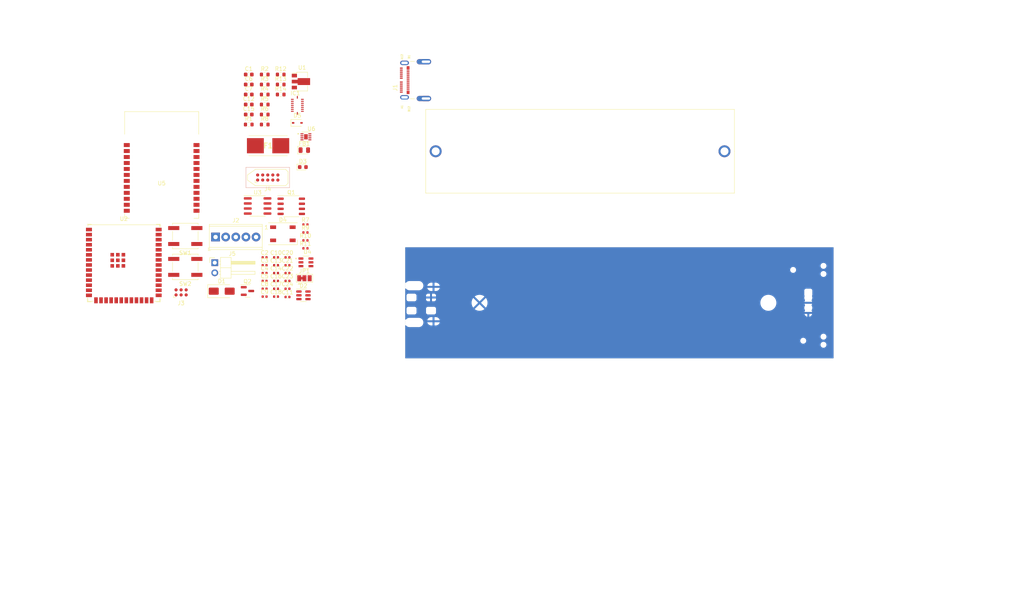
<source format=kicad_pcb>
(kicad_pcb (version 20221018) (generator pcbnew)
  (layers (0 "F.Cu" signal "Front") (31 "B.Cu" power "Back") (34 "B.Paste" user) (35 "F.Paste" user) (36 "B.SilkS" user "B.Silkscreen") (37 "F.SilkS" user "F.Silkscreen") (38 "B.Mask" user) (39 "F.Mask" user) (44 "Edge.Cuts" user))
  (net 0 "")
  (net 1 "GND")
  (net 2 "+BATT")
  (net 3 "/VBUS")
  (net 4 "VDD")
  (net 5 "VCC")
  (net 6 "+3.3V")
  (net 7 "Net-(U3-FILTER)")
  (net 8 "ESP_CURRENT_SENSE")
  (net 9 "ESP_USER_BUTTON")
  (net 10 "ESP_EN")
  (net 11 "ESP_IO0")
  (net 12 "D+")
  (net 13 "D-")
  (net 14 "/CC1")
  (net 15 "/CC2")
  (net 16 "Net-(D3-K)")
  (net 17 "/CHG_LED")
  (net 19 "ESP_LED_DEBUG")
  (net 20 "Net-(D5-K)")
  (net 21 "Net-(D5-A)")
  (net 22 "Net-(C19-VBAT)")
  (net 23 "ESP32_BMI_GYRO_2")
  (net 25 "ESP32_I2C_SCL")
  (net 26 "ESP32_I2C_SDA")
  (net 27 "ESP32_BMI_ACCEL_1")
  (net 28 "ESP32_BMI_ACCEL_2")
  (net 30 "ESP32_BMI_GYRO_1")
  (net 31 "LED_PWR")
  (net 32 "ESP_LED_DATA")
  (net 33 "ESP_UART_TX")
  (net 34 "ESP_UART_RX")
  (net 35 "ESP_TMS")
  (net 36 "ESP_TCK")
  (net 37 "ESP_TDO")
  (net 38 "ESP_TDI")
  (net 40 "Net-(JP1-C)")
  (net 41 "Net-(Q2-B)")
  (net 42 "Net-(U4-TS)")
  (net 43 "Net-(U4-ISET)")
  (net 44 "ESP_MOTOR")
  (net 45 "CTI_nRESET")
  (net 46 "CTI_I2C_nATTN")
  (net 48 "CTI_SPI_nSS")
  (net 49 "CTI_SPI_MOSI")
  (net 50 "CTI_SPI_CLK")
  (net 51 "CTI_SPI_MISO")
  (net 52 "CTI_SPI_nATTN")
  (footprint "Resistor_SMD:R_0402_1005Metric" (layer "F.Cu") (at 98.2625 81.26)
    (fp_text reference "R11" (at 0 -1.17) (layer "F.SilkS"))
    (fp_text value "10R")
    (pad "1" smd roundrect (at -0.51 0) (size 0.54 0.64) (layers "F.Cu" "F.Paste" "F.Mask") (net 20 "Net-(D5-K)"))
    (pad "2" smd roundrect (at 0.51 0) (size 0.54 0.64) (layers "F.Cu" "F.Paste" "F.Mask") (net 6 "+3.3V"))
  )
  (footprint "Capacitor_SMD:C_0402_1005Metric" (layer "F.Cu") (at 93.754 93.472)
    (fp_text reference "C11" (at 0 -1.16) (layer "F.SilkS"))
    (fp_text value "100nF")
    (pad "1" smd roundrect (at -0.48 0) (size 0.56 0.62) (layers "F.Cu" "F.Paste" "F.Mask") (net 6 "+3.3V"))
    (pad "2" smd roundrect (at 0.48 0) (size 0.56 0.62) (layers "F.Cu" "F.Paste" "F.Mask") (net 1 "GND"))
  )
  (footprint "Diode_SMD:D_SMA" (layer "F.Cu") (at 77.2475 92.02)
    (fp_text reference "D1" (at 0 -2.5) (layer "F.SilkS"))
    (fp_text value "Schottky")
    (pad "1" smd roundrect (at -2 0) (size 2.5 1.8) (layers "F.Cu" "F.Paste" "F.Mask") (roundrect_rratio 0.1388888889) (net 5 "VCC"))
    (pad "2" smd roundrect (at 2 0) (size 2.5 1.8) (layers "F.Cu" "F.Paste" "F.Mask") (roundrect_rratio 0.1388888889) (net 4 "VDD"))
  )
  (footprint "Capacitor_SMD:C_0402_1005Metric" (layer "F.Cu") (at 93.7525 87.47)
    (fp_text reference "C22" (at 0 -1.16) (layer "F.SilkS"))
    (fp_text value "1uF")
    (pad "1" smd roundrect (at -0.48 0) (size 0.56 0.62) (layers "F.Cu" "F.Paste" "F.Mask") (net 1 "GND"))
    (pad "2" smd roundrect (at 0.48 0) (size 0.56 0.62) (layers "F.Cu" "F.Paste" "F.Mask") (net 6 "+3.3V"))
  )
  (footprint "Capacitor_SMD:C_0603_1608Metric" (layer "F.Cu") (at 84.0325 37.63)
    (fp_text reference "C1" (at 0 -1.43) (layer "F.SilkS"))
    (fp_text value "10uF")
    (pad "1" smd roundrect (at -0.775 0) (size 0.9 0.95) (layers "F.Cu" "F.Paste" "F.Mask") (net 3 "/VBUS"))
    (pad "2" smd roundrect (at 0.775 0) (size 0.9 0.95) (layers "F.Cu" "F.Paste" "F.Mask") (net 1 "GND"))
  )
  (footprint "LED_SMD:LED_WS2812B_PLCC4_5.0x5.0mm_P3.2mm" (layer "F.Cu") (at 92.5975 77.605)
    (fp_text reference "D4" (at 0 -3.5) (layer "F.SilkS"))
    (fp_text value "WS2812B")
    (fp_text user "1" (at -4.15 -1.6) (layer "F.SilkS"))
    (pad "1" smd rect (at -2.45 -1.65) (size 1.5 0.9) (layers "F.Cu" "F.Paste" "F.Mask") (net 6 "+3.3V"))
    (pad "2" smd rect (at -2.45 1.65) (size 1.5 0.9) (layers "F.Cu" "F.Paste" "F.Mask"))
    (pad "3" smd rect (at 2.45 1.65) (size 1.5 0.9) (layers "F.Cu" "F.Paste" "F.Mask") (net 1 "GND"))
    (pad "4" smd rect (at 2.45 -1.65) (size 1.5 0.9) (layers "F.Cu" "F.Paste" "F.Mask") (net 19 "ESP_LED_DEBUG"))
  )
  (footprint "Molex:MOLEX_2012670005" (layer "F.Cu") (at 123.139 39.0325 90)
    (fp_text reference "J1" (at -1.91055 -2.36055 90) (layer "F.SilkS"))
    (fp_text value "2012670005")
    (fp_text user "B12" (at -7.239 1.143 90) (layer "F.SilkS") (effects (font (size 0.48 0.48))))
    (fp_text user "B1" (at 5.842 1.143 90) (layer "F.SilkS") (effects (font (size 0.48 0.48))))
    (fp_text user "A1" (at -6.731 -0.635 90) (layer "F.SilkS") (effects (font (size 0.48 0.48))))
    (fp_text user "A12" (at 5.842 -0.635 90) (layer "F.SilkS") (effects (font (size 0.48 0.48))))
    (fp_poly (pts (xy -5.27 6.01) (xy -5.27 3.71) (xy -5.269 3.676) (xy -5.266 3.642) (xy -5.262 3.608) (xy -5.256 3.575) (xy -5.248 3.542) (xy -5.238 3.509) (xy -5.227 3.477) (xy -5.214 3.446) (xy -5.199 3.415) (xy -5.183 3.385) (xy -5.165 3.356) (xy -5.146 3.328) (xy -5.125 3.301) (xy -5.103 3.275) (xy -5.08 3.25) (xy -5.055 3.227) (xy -5.029 3.205) (xy -5.002 3.184) (xy -4.974 3.165) (xy -4.945 3.147) (xy -4.915 3.131) (xy -4.884 3.116) (xy -4.853 3.103) (xy -4.821 3.092) (xy -4.788 3.082) (xy -4.755 3.074) (xy -4.722 3.068) (xy -4.688 3.064) (xy -4.654 3.061) (xy -4.62 3.06) (xy -4.586 3.061) (xy -4.552 3.064) (xy -4.518 3.068) (xy -4.485 3.074) (xy -4.452 3.082) (xy -4.419 3.092) (xy -4.387 3.103) (xy -4.356 3.116) (xy -4.325 3.131) (xy -4.295 3.147) (xy -4.266 3.165) (xy -4.238 3.184) (xy -4.211 3.205) (xy -4.185 3.227) (xy -4.16 3.25) (xy -4.137 3.275) (xy -4.115 3.301) (xy -4.094 3.328) (xy -4.075 3.356) (xy -4.057 3.385) (xy -4.041 3.415) (xy -4.026 3.446) (xy -4.013 3.477) (xy -4.002 3.509) (xy -3.992 3.542) (xy -3.984 3.575) (xy -3.978 3.608) (xy -3.974 3.642) (xy -3.971 3.676) (xy -3.97 3.71) (xy -3.97 6.01) (xy -3.971 6.044) (xy -3.974 6.078) (xy -3.978 6.112) (xy -3.984 6.145) (xy -3.992 6.178) (xy -4.002 6.211) (xy -4.013 6.243) (xy -4.026 6.274) (xy -4.041 6.305) (xy -4.057 6.335) (xy -4.075 6.364) (xy -4.094 6.392) (xy -4.115 6.419) (xy -4.137 6.445) (xy -4.16 6.47) (xy -4.185 6.493) (xy -4.211 6.515) (xy -4.238 6.536) (xy -4.266 6.555) (xy -4.295 6.573) (xy -4.325 6.589) (xy -4.356 6.604) (xy -4.387 6.617) (xy -4.419 6.628) (xy -4.452 6.638) (xy -4.485 6.646) (xy -4.518 6.652) (xy -4.552 6.656) (xy -4.586 6.659) (xy -4.62 6.66) (xy -4.654 6.659) (xy -4.688 6.656) (xy -4.722 6.652) (xy -4.755 6.646) (xy -4.788 6.638) (xy -4.821 6.628) (xy -4.853 6.617) (xy -4.884 6.604) (xy -4.915 6.589) (xy -4.945 6.573) (xy -4.974 6.555) (xy -5.002 6.536) (xy -5.029 6.515) (xy -5.055 6.493) (xy -5.08 6.47) (xy -5.103 6.445) (xy -5.125 6.419) (xy -5.146 6.392) (xy -5.165 6.364) (xy -5.183 6.335) (xy -5.199 6.305) (xy -5.214 6.274) (xy -5.227 6.243) (xy -5.238 6.211) (xy -5.248 6.178) (xy -5.256 6.145) (xy -5.262 6.112) (xy -5.266 6.078) (xy -5.269 6.044) (xy -5.27 6.01)) (stroke (width 0.01)) (fill solid) (layer "F.Cu"))
    (fp_poly (pts (xy 3.97 6.01) (xy 3.97 3.71) (xy 3.971 3.676) (xy 3.974 3.642) (xy 3.978 3.608) (xy 3.984 3.575) (xy 3.992 3.542) (xy 4.002 3.509) (xy 4.013 3.477) (xy 4.026 3.446) (xy 4.041 3.415) (xy 4.057 3.385) (xy 4.075 3.356) (xy 4.094 3.328) (xy 4.115 3.301) (xy 4.137 3.275) (xy 4.16 3.25) (xy 4.185 3.227) (xy 4.211 3.205) (xy 4.238 3.184) (xy 4.266 3.165) (xy 4.295 3.147) (xy 4.325 3.131) (xy 4.356 3.116) (xy 4.387 3.103) (xy 4.419 3.092) (xy 4.452 3.082) (xy 4.485 3.074) (xy 4.518 3.068) (xy 4.552 3.064) (xy 4.586 3.061) (xy 4.62 3.06) (xy 4.654 3.061) (xy 4.688 3.064) (xy 4.722 3.068) (xy 4.755 3.074) (xy 4.788 3.082) (xy 4.821 3.092) (xy 4.853 3.103) (xy 4.884 3.116) (xy 4.915 3.131) (xy 4.945 3.147) (xy 4.974 3.165) (xy 5.002 3.184) (xy 5.029 3.205) (xy 5.055 3.227) (xy 5.08 3.25) (xy 5.103 3.275) (xy 5.125 3.301) (xy 5.146 3.328) (xy 5.165 3.356) (xy 5.183 3.385) (xy 5.199 3.415) (xy 5.214 3.446) (xy 5.227 3.477) (xy 5.238 3.509) (xy 5.248 3.542) (xy 5.256 3.575) (xy 5.262 3.608) (xy 5.266 3.642) (xy 5.269 3.676) (xy 5.27 3.71) (xy 5.27 6.01) (xy 5.269 6.044) (xy 5.266 6.078) (xy 5.262 6.112) (xy 5.256 6.145) (xy 5.248 6.178) (xy 5.238 6.211) (xy 5.227 6.243) (xy 5.214 6.274) (xy 5.199 6.305) (xy 5.183 6.335) (xy 5.165 6.364) (xy 5.146 6.392) (xy 5.125 6.419) (xy 5.103 6.445) (xy 5.08 6.47) (xy 5.055 6.493) (xy 5.029 6.515) (xy 5.002 6.536) (xy 4.974 6.555) (xy 4.945 6.573) (xy 4.915 6.589) (xy 4.884 6.604) (xy 4.853 6.617) (xy 4.821 6.628) (xy 4.788 6.638) (xy 4.755 6.646) (xy 4.722 6.652) (xy 4.688 6.656) (xy 4.654 6.659) (xy 4.62 6.66) (xy 4.586 6.659) (xy 4.552 6.656) (xy 4.518 6.652) (xy 4.485 6.646) (xy 4.452 6.638) (xy 4.419 6.628) (xy 4.387 6.617) (xy 4.356 6.604) (xy 4.325 6.589) (xy 4.295 6.573) (xy 4.266 6.555) (xy 4.238 6.536) (xy 4.211 6.515) (xy 4.185 6.493) (xy 4.16 6.47) (xy 4.137 6.445) (xy 4.115 6.419) (xy 4.094 6.392) (xy 4.075 6.364) (xy 4.057 6.335) (xy 4.041 6.305) (xy 4.026 6.274) (xy 4.013 6.243) (xy 4.002 6.211) (xy 3.992 6.178) (xy 3.984 6.145) (xy 3.978 6.112) (xy 3.974 6.078) (xy 3.971 6.044) (xy 3.97 6.01)) (stroke (width 0.01)) (fill solid) (layer "F.Cu"))
    (fp_poly (pts (xy -5.27 6.01) (xy -5.27 3.71) (xy -5.269 3.676) (xy -5.266 3.642) (xy -5.262 3.608) (xy -5.256 3.575) (xy -5.248 3.542) (xy -5.238 3.509) (xy -5.227 3.477) (xy -5.214 3.446) (xy -5.199 3.415) (xy -5.183 3.385) (xy -5.165 3.356) (xy -5.146 3.328) (xy -5.125 3.301) (xy -5.103 3.275) (xy -5.08 3.25) (xy -5.055 3.227) (xy -5.029 3.205) (xy -5.002 3.184) (xy -4.974 3.165) (xy -4.945 3.147) (xy -4.915 3.131) (xy -4.884 3.116) (xy -4.853 3.103) (xy -4.821 3.092) (xy -4.788 3.082) (xy -4.755 3.074) (xy -4.722 3.068) (xy -4.688 3.064) (xy -4.654 3.061) (xy -4.62 3.06) (xy -4.586 3.061) (xy -4.552 3.064) (xy -4.518 3.068) (xy -4.485 3.074) (xy -4.452 3.082) (xy -4.419 3.092) (xy -4.387 3.103) (xy -4.356 3.116) (xy -4.325 3.131) (xy -4.295 3.147) (xy -4.266 3.165) (xy -4.238 3.184) (xy -4.211 3.205) (xy -4.185 3.227) (xy -4.16 3.25) (xy -4.137 3.275) (xy -4.115 3.301) (xy -4.094 3.328) (xy -4.075 3.356) (xy -4.057 3.385) (xy -4.041 3.415) (xy -4.026 3.446) (xy -4.013 3.477) (xy -4.002 3.509) (xy -3.992 3.542) (xy -3.984 3.575) (xy -3.978 3.608) (xy -3.974 3.642) (xy -3.971 3.676) (xy -3.97 3.71) (xy -3.97 6.01) (xy -3.971 6.044) (xy -3.974 6.078) (xy -3.978 6.112) (xy -3.984 6.145) (xy -3.992 6.178) (xy -4.002 6.211) (xy -4.013 6.243) (xy -4.026 6.274) (xy -4.041 6.305) (xy -4.057 6.335) (xy -4.075 6.364) (xy -4.094 6.392) (xy -4.115 6.419) (xy -4.137 6.445) (xy -4.16 6.47) (xy -4.185 6.493) (xy -4.211 6.515) (xy -4.238 6.536) (xy -4.266 6.555) (xy -4.295 6.573) (xy -4.325 6.589) (xy -4.356 6.604) (xy -4.387 6.617) (xy -4.419 6.628) (xy -4.452 6.638) (xy -4.485 6.646) (xy -4.518 6.652) (xy -4.552 6.656) (xy -4.586 6.659) (xy -4.62 6.66) (xy -4.654 6.659) (xy -4.688 6.656) (xy -4.722 6.652) (xy -4.755 6.646) (xy -4.788 6.638) (xy -4.821 6.628) (xy -4.853 6.617) (xy -4.884 6.604) (xy -4.915 6.589) (xy -4.945 6.573) (xy -4.974 6.555) (xy -5.002 6.536) (xy -5.029 6.515) (xy -5.055 6.493) (xy -5.08 6.47) (xy -5.103 6.445) (xy -5.125 6.419) (xy -5.146 6.392) (xy -5.165 6.364) (xy -5.183 6.335) (xy -5.199 6.305) (xy -5.214 6.274) (xy -5.227 6.243) (xy -5.238 6.211) (xy -5.248 6.178) (xy -5.256 6.145) (xy -5.262 6.112) (xy -5.266 6.078) (xy -5.269 6.044) (xy -5.27 6.01)) (stroke (width 0.01)) (fill solid) (layer "B.Cu"))
    (fp_poly (pts (xy 3.97 6.01) (xy 3.97 3.71) (xy 3.971 3.676) (xy 3.974 3.642) (xy 3.978 3.608) (xy 3.984 3.575) (xy 3.992 3.542) (xy 4.002 3.509) (xy 4.013 3.477) (xy 4.026 3.446) (xy 4.041 3.415) (xy 4.057 3.385) (xy 4.075 3.356) (xy 4.094 3.328) (xy 4.115 3.301) (xy 4.137 3.275) (xy 4.16 3.25) (xy 4.185 3.227) (xy 4.211 3.205) (xy 4.238 3.184) (xy 4.266 3.165) (xy 4.295 3.147) (xy 4.325 3.131) (xy 4.356 3.116) (xy 4.387 3.103) (xy 4.419 3.092) (xy 4.452 3.082) (xy 4.485 3.074) (xy 4.518 3.068) (xy 4.552 3.064) (xy 4.586 3.061) (xy 4.62 3.06) (xy 4.654 3.061) (xy 4.688 3.064) (xy 4.722 3.068) (xy 4.755 3.074) (xy 4.788 3.082) (xy 4.821 3.092) (xy 4.853 3.103) (xy 4.884 3.116) (xy 4.915 3.131) (xy 4.945 3.147) (xy 4.974 3.165) (xy 5.002 3.184) (xy 5.029 3.205) (xy 5.055 3.227) (xy 5.08 3.25) (xy 5.103 3.275) (xy 5.125 3.301) (xy 5.146 3.328) (xy 5.165 3.356) (xy 5.183 3.385) (xy 5.199 3.415) (xy 5.214 3.446) (xy 5.227 3.477) (xy 5.238 3.509) (xy 5.248 3.542) (xy 5.256 3.575) (xy 5.262 3.608) (xy 5.266 3.642) (xy 5.269 3.676) (xy 5.27 3.71) (xy 5.27 6.01) (xy 5.269 6.044) (xy 5.266 6.078) (xy 5.262 6.112) (xy 5.256 6.145) (xy 5.248 6.178) (xy 5.238 6.211) (xy 5.227 6.243) (xy 5.214 6.274) (xy 5.199 6.305) (xy 5.183 6.335) (xy 5.165 6.364) (xy 5.146 6.392) (xy 5.125 6.419) (xy 5.103 6.445) (xy 5.08 6.47) (xy 5.055 6.493) (xy 5.029 6.515) (xy 5.002 6.536) (xy 4.974 6.555) (xy 4.945 6.573) (xy 4.915 6.589) (xy 4.884 6.604) (xy 4.853 6.617) (xy 4.821 6.628) (xy 4.788 6.638) (xy 4.755 6.646) (xy 4.722 6.652) (xy 4.688 6.656) (xy 4.654 6.659) (xy 4.62 6.66) (xy 4.586 6.659) (xy 4.552 6.656) (xy 4.518 6.652) (xy 4.485 6.646) (xy 4.452 6.638) (xy 4.419 6.628) (xy 4.387 6.617) (xy 4.356 6.604) (xy 4.325 6.589) (xy 4.295 6.573) (xy 4.266 6.555) (xy 4.238 6.536) (xy 4.211 6.515) (xy 4.185 6.493) (xy 4.16 6.47) (xy 4.137 6.445) (xy 4.115 6.419) (xy 4.094 6.392) (xy 4.075 6.364) (xy 4.057 6.335) (xy 4.041 6.305) (xy 4.026 6.274) (xy 4.013 6.243) (xy 4.002 6.211) (xy 3.992 6.178) (xy 3.984 6.145) (xy 3.978 6.112) (xy 3.974 6.078) (xy 3.971 6.044) (xy 3.97 6.01)) (stroke (width 0.01)) (fill solid) (layer "B.Cu"))
    (pad "A1" smd rect (at -3 -0.81 90) (size 0.3 0.7) (layers "F.Cu" "F.Paste" "F.Mask") (net 1 "GND"))
    (pad "A2" smd rect (at -2.5 -0.81 90) (size 0.3 0.7) (layers "F.Cu" "F.Paste" "F.Mask"))
    (pad "A3" smd rect (at -2 -0.81 90) (size 0.3 0.7) (layers "F.Cu" "F.Paste" "F.Mask"))
    (pad "A4" smd rect (at -1.5 -0.81 90) (size 0.3 0.7) (layers "F.Cu" "F.Paste" "F.Mask") (net 3 "/VBUS"))
    (pad "A5" smd rect (at -1 -0.81 90) (size 0.3 0.7) (layers "F.Cu" "F.Paste" "F.Mask") (net 14 "/CC1"))
    (pad "A6" smd rect (at -0.5 -0.81 90) (size 0.3 0.7) (layers "F.Cu" "F.Paste" "F.Mask") (net 12 "D+"))
    (pad "A7" smd rect (at 0.5 -0.81 90) (size 0.3 0.7) (layers "F.Cu" "F.Paste" "F.Mask") (net 13 "D-"))
    (pad "A8" smd rect (at 1 -0.81 90) (size 0.3 0.7) (layers "F.Cu" "F.Paste" "F.Mask"))
    (pad "A9" smd rect (at 1.5 -0.81 90) (size 0.3 0.7) (layers "F.Cu" "F.Paste" "F.Mask") (net 3 "/VBUS"))
    (pad "A10" smd rect (at 2 -0.81 90) (size 0.3 0.7) (layers "F.Cu" "F.Paste" "F.Mask"))
    (pad "A11" smd rect (at 2.5 -0.81 90) (size 0.3 0.7) (layers "F.Cu" "F.Paste" "F.Mask"))
    (pad "A12" smd rect (at 3 -0.81 90) (size 0.3 0.7) (layers "F.Cu" "F.Paste" "F.Mask") (net 1 "GND"))
    (pad "B1" smd rect (at 3.05 0.89 90) (size 0.9 0.7) (layers "F.Cu" "F.Paste" "F.Mask") (net 1 "GND"))
    (pad "B2" smd rect (at 2.25 0.89 90) (size 0.3 0.7) (layers "F.Cu" "F.Paste" "F.Mask"))
    (pad "B3" smd rect (at 1.75 0.89 90) (size 0.3 0.7) (layers "F.Cu" "F.Paste" "F.Mask"))
    (pad "B4" smd rect (at 1.25 0.89 90) (size 0.3 0.7) (layers "F.Cu" "F.Paste" "F.Mask") (net 3 "/VBUS"))
    (pad "B5" smd rect (at 0.75 0.89 90) (size 0.3 0.7) (layers "F.Cu" "F.Paste" "F.Mask") (net 15 "/CC2"))
    (pad "B6" smd rect (at 0.25 0.89 90) (size 0.3 0.7) (layers "F.Cu" "F.Paste" "F.Mask") (net 12 "D+"))
    (pad "B7" smd rect (at -0.25 0.89 90) (size 0.3 0.7) (layers "F.Cu" "F.Paste" "F.Mask") (net 13 "D-"))
    (pad "B8" smd rect (at -0.75 0.89 90) (size 0.3 0.7) (layers "F.Cu" "F.Paste" "F.Mask"))
    (pad "B9" smd rect (at -1.25 0.89 90) (size 0.3 0.7) (layers "F.Cu" "F.Paste" "F.Mask") (net 3 "/VBUS"))
    (pad "B10" smd rect (at -1.75 0.89 90) (size 0.3 0.7) (layers "F.Cu" "F.Paste" "F.Mask"))
    (pad "B11" smd rect (at -2.25 0.89 90) (size 0.3 0.7) (layers "F.Cu" "F.Paste" "F.Mask"))
    (pad "B12" smd rect (at -3.05 0.89 90) (size 0.9 0.7) (layers "F.Cu" "F.Paste" "F.Mask") (net 1 "GND"))
    (pad "S1" thru_hole oval (at -4.32 0 90) (size 1.1 2.2) (drill oval 0.6 1.6) (layers "*.Cu" "*.Mask") (net 1 "GND"))
    (pad "S2" thru_hole oval (at 4.32 0 90) (size 1.1 2.2) (drill oval 0.6 1.6) (layers "*.Cu" "*.Mask") (net 1 "GND"))
    (pad "S3" thru_hole oval (at -4.62 5.36 90) (size 1.3 2.6) (drill oval 0.6 2.1) (layers "*.Cu" "*.Mask") (net 1 "GND"))
    (pad "S4" thru_hole oval (at 4.62 5.36 90) (size 1.3 2.6) (drill oval 0.6 2.1) (layers "*.Cu" "*.Mask") (net 1 "GND"))
  )
  (footprint "Connector_PinHeader_2.54mm:PinHeader_1x02_P2.54mm_Horizontal" (layer "F.Cu") (at 75.5025 84.87)
    (fp_text reference "J5" (at 4.385 -2.27) (layer "F.SilkS"))
    (fp_text value "Conn_01x02")
    (pad "1" thru_hole rect (at 0 0) (size 1.7 1.7) (drill 1) (layers "*.Cu" "*.Mask") (net 20 "Net-(D5-K)"))
    (pad "2" thru_hole oval (at 0 2.54) (size 1.7 1.7) (drill 1) (layers "*.Cu" "*.Mask") (net 21 "Net-(D5-A)"))
  )
  (footprint "Capacitor_SMD:C_0402_1005Metric" (layer "F.Cu") (at 90.8825 93.38)
    (fp_text reference "C18" (at 0 -1.16) (layer "F.SilkS"))
    (fp_text value "1uF")
    (pad "1" smd roundrect (at -0.48 0) (size 0.56 0.62) (layers "F.Cu" "F.Paste" "F.Mask") (net 1 "GND"))
    (pad "2" smd roundrect (at 0.48 0) (size 0.56 0.62) (layers "F.Cu" "F.Paste" "F.Mask") (net 6 "+3.3V"))
  )
  (footprint "Sams Library:18650-Holder" (layer "F.Cu") (at 121.954 56.896 90)
    (fp_text reference "C19" hide)
    (fp_text value "18650 Holder")
    (pad "1" thru_hole circle (at 0 9 90) (size 3 3) (drill 2) (layers "*.Cu" "*.Mask") (net 22 "Net-(C19-VBAT)"))
    (pad "2" thru_hole circle (at 0 81.5 90) (size 3 3) (drill 2) (layers "*.Cu" "*.Mask") (net 1 "GND"))
  )
  (footprint "Resistor_SMD:R_0603_1608Metric" (layer "F.Cu") (at 84.0325 50.18)
    (fp_text reference "R1" (at 0 -1.43) (layer "F.SilkS"))
    (fp_text value "5.1k")
    (pad "1" smd roundrect (at -0.825 0) (size 0.8 0.95) (layers "F.Cu" "F.Paste" "F.Mask") (net 14 "/CC1"))
    (pad "2" smd roundrect (at 0.825 0) (size 0.8 0.95) (layers "F.Cu" "F.Paste" "F.Mask") (net 1 "GND"))
  )
  (footprint "Resistor_SMD:R_0603_1608Metric" (layer "F.Cu") (at 88.0425 47.67)
    (fp_text reference "R6" (at 0 -1.43) (layer "F.SilkS"))
    (fp_text value "1k")
    (pad "1" smd roundrect (at -0.825 0) (size 0.8 0.95) (layers "F.Cu" "F.Paste" "F.Mask") (net 43 "Net-(U4-ISET)"))
    (pad "2" smd roundrect (at 0.825 0) (size 0.8 0.95) (layers "F.Cu" "F.Paste" "F.Mask") (net 1 "GND"))
  )
  (footprint "CityTheatrical:Module 5994" (layer "F.Cu") (at 62.1675 65.435)
    (fp_text reference "U5" (at 0 -0.5 unlocked) (layer "F.SilkS"))
    (fp_text value "5994")
    (pad "1" smd rect (at -8.75 -10.1) (size 1.5 1) (layers "F.Cu" "F.Paste" "F.Mask") (net 1 "GND"))
    (pad "2" smd rect (at -8.75 -8.6) (size 1.5 1) (layers "F.Cu" "F.Paste" "F.Mask") (net 6 "+3.3V"))
    (pad "3" smd rect (at -8.75 -7.1) (size 1.5 1) (layers "F.Cu" "F.Paste" "F.Mask") (net 6 "+3.3V"))
    (pad "4" smd rect (at -8.75 -5.6) (size 1.5 1) (layers "F.Cu" "F.Paste" "F.Mask") (net 1 "GND"))
    (pad "5" smd rect (at -8.75 -4.1) (size 1.5 1) (layers "F.Cu" "F.Paste" "F.Mask"))
    (pad "6" smd rect (at -8.75 -2.6) (size 1.5 1) (layers "F.Cu" "F.Paste" "F.Mask"))
    (pad "7" smd rect (at -8.75 -1.1) (size 1.5 1) (layers "F.Cu" "F.Paste" "F.Mask") (net 45 "CTI_nRESET"))
    (pad "8" smd rect (at -8.75 0.4) (size 1.5 1) (layers "F.Cu" "F.Paste" "F.Mask") (net 1 "GND"))
    (pad "9" smd rect (at -8.75 1.9) (size 1.5 1) (layers "F.Cu" "F.Paste" "F.Mask"))
    (pad "10" smd rect (at -8.75 3.4) (size 1.5 1) (layers "F.Cu" "F.Paste" "F.Mask"))
    (pad "11" smd rect (at -8.75 4.9) (size 1.5 1) (layers "F.Cu" "F.Paste" "F.Mask"))
    (pad "12" smd rect (at -8.75 6.4) (size 1.5 1) (layers "F.Cu" "F.Paste" "F.Mask") (net 1 "GND"))
    (pad "13" smd rect (at 8.75 6.4) (size 1.5 1) (layers "F.Cu" "F.Paste" "F.Mask") (net 1 "GND"))
    (pad "14" smd rect (at 8.75 4.9) (size 1.5 1) (layers "F.Cu" "F.Paste" "F.Mask") (net 25 "ESP32_I2C_SCL"))
    (pad "15" smd rect (at 8.75 3.4) (size 1.5 1) (layers "F.Cu" "F.Paste" "F.Mask") (net 26 "ESP32_I2C_SDA"))
    (pad "16" smd rect (at 8.75 1.9) (size 1.5 1) (layers "F.Cu" "F.Paste" "F.Mask") (net 46 "CTI_I2C_nATTN"))
    (pad "17" smd rect (at 8.75 0.4) (size 1.5 1) (layers "F.Cu" "F.Paste" "F.Mask") (net 1 "GND"))
    (pad "18" smd rect (at 8.75 -1.1) (size 1.5 1) (layers "F.Cu" "F.Paste" "F.Mask") (net 48 "CTI_SPI_nSS"))
    (pad "19" smd rect (at 8.75 -2.6) (size 1.5 1) (layers "F.Cu" "F.Paste" "F.Mask") (net 49 "CTI_SPI_MOSI"))
    (pad "20" smd rect (at 8.75 -4.1) (size 1.5 1) (layers "F.Cu" "F.Paste" "F.Mask") (net 51 "CTI_SPI_MISO"))
    (pad "21" smd rect (at 8.75 -5.6) (size 1.5 1) (layers "F.Cu" "F.Paste" "F.Mask") (net 50 "CTI_SPI_CLK"))
    (pad "22" smd rect (at 8.75 -7.1) (size 1.5 1) (layers "F.Cu" "F.Paste" "F.Mask") (net 52 "CTI_SPI_nATTN"))
    (pad "23" smd rect (at 8.75 -8.6) (size 1.5 1) (layers "F.Cu" "F.Paste" "F.Mask") (net 1 "GND"))
    (pad "24" smd rect (at 8.75 -10.1) (size 1.5 1) (layers "F.Cu" "F.Paste" "F.Mask") (net 1 "GND"))
  )
  (footprint "Button_Switch_SMD:SW_Push_1P1T_NO_CK_KSC6xxJ" (layer "F.Cu") (at 68.1025 78.17)
    (fp_text reference "SW1" (at 0 4.24) (layer "F.SilkS"))
    (fp_text value "SW_Push")
    (pad "1" smd rect (at -2.9 -2) (size 2.8 1) (layers "F.Cu" "F.Paste" "F.Mask") (net 1 "GND"))
    (pad "1" smd rect (at 2.9 -2) (size 2.8 1) (layers "F.Cu" "F.Paste" "F.Mask") (net 1 "GND"))
    (pad "2" smd rect (at -2.9 2) (size 2.8 1) (layers "F.Cu" "F.Paste" "F.Mask") (net 10 "ESP_EN"))
    (pad "2" smd rect (at 2.9 2) (size 2.8 1) (layers "F.Cu" "F.Paste" "F.Mask") (net 10 "ESP_EN"))
  )
  (footprint "Resistor_SMD:R_0603_1608Metric" (layer "F.Cu") (at 92.0525 42.65)
    (fp_text reference "R14" (at 0 -1.43) (layer "F.SilkS"))
    (fp_text value "10k")
    (pad "1" smd roundrect (at -0.825 0) (size 0.8 0.95) (layers "F.Cu" "F.Paste" "F.Mask") (net 1 "GND"))
    (pad "2" smd roundrect (at 0.825 0) (size 0.8 0.95) (layers "F.Cu" "F.Paste" "F.Mask") (net 41 "Net-(Q2-B)"))
  )
  (footprint "Capacitor_SMD:C_0603_1608Metric" (layer "F.Cu") (at 84.0325 45.16)
    (fp_text reference "C12" (at 0 -1.43) (layer "F.SilkS"))
    (fp_text value "10uF")
    (pad "1" smd roundrect (at -0.775 0) (size 0.9 0.95) (layers "F.Cu" "F.Paste" "F.Mask") (net 4 "VDD"))
    (pad "2" smd roundrect (at 0.775 0) (size 0.9 0.95) (layers "F.Cu" "F.Paste" "F.Mask") (net 1 "GND"))
  )
  (footprint "Resistor_SMD:R_0402_1005Metric" (layer "F.Cu") (at 98.2625 77.28)
    (fp_text reference "R9" (at 0 -1.17) (layer "F.SilkS"))
    (fp_text value "4.7k")
    (pad "1" smd roundrect (at -0.51 0) (size 0.54 0.64) (layers "F.Cu" "F.Paste" "F.Mask") (net 6 "+3.3V"))
    (pad "2" smd roundrect (at 0.51 0) (size 0.54 0.64) (layers "F.Cu" "F.Paste" "F.Mask") (net 25 "ESP32_I2C_SCL"))
  )
  (footprint "Capacitor_SMD:C_0402_1005Metric" (layer "F.Cu") (at 88.0125 85.5)
    (fp_text reference "C3" (at 0 -1.16) (layer "F.SilkS"))
    (fp_text value "100nF")
    (pad "1" smd roundrect (at -0.48 0) (size 0.56 0.62) (layers "F.Cu" "F.Paste" "F.Mask") (net 4 "VDD"))
    (pad "2" smd roundrect (at 0.48 0) (size 0.56 0.62) (layers "F.Cu" "F.Paste" "F.Mask") (net 1 "GND"))
  )
  (footprint "Capacitor_SMD:C_0603_1608Metric" (layer "F.Cu") (at 84.0325 40.14)
    (fp_text reference "C6" (at 0 -1.43) (layer "F.SilkS"))
    (fp_text value "10uF")
    (pad "1" smd roundrect (at -0.775 0) (size 0.9 0.95) (layers "F.Cu" "F.Paste" "F.Mask") (net 6 "+3.3V"))
    (pad "2" smd roundrect (at 0.775 0) (size 0.9 0.95) (layers "F.Cu" "F.Paste" "F.Mask") (net 1 "GND"))
  )
  (footprint "Connector:Tag-Connect_TC2030-IDC-NL_2x03_P1.27mm_Vertical" (layer "F.Cu") (at 67.0525 92.32)
    (fp_text reference "J3" (at 0 2.7) (layer "F.SilkS"))
    (fp_text value "ESP32 Prog")
    (pad "" np_thru_hole circle (at -2.54 0) (size 0.9906 0.9906) (drill 0.9906) (layers "*.Cu" "*.Mask"))
    (pad "" np_thru_hole circle (at 2.54 -1.016) (size 0.9906 0.9906) (drill 0.9906) (layers "*.Cu" "*.Mask"))
    (pad "" np_thru_hole circle (at 2.54 1.016) (size 0.9906 0.9906) (drill 0.9906) (layers "*.Cu" "*.Mask"))
    (pad "1" connect circle (at -1.27 0.635) (size 0.7874 0.7874) (layers "F.Cu" "F.Mask") (net 10 "ESP_EN"))
    (pad "2" connect circle (at -1.27 -0.635) (size 0.7874 0.7874) (layers "F.Cu" "F.Mask") (net 6 "+3.3V"))
    (pad "3" connect circle (at 0 0.635) (size 0.7874 0.7874) (layers "F.Cu" "F.Mask") (net 33 "ESP_UART_TX"))
    (pad "4" connect circle (at 0 -0.635) (size 0.7874 0.7874) (layers "F.Cu" "F.Mask") (net 1 "GND"))
    (pad "5" connect circle (at 1.27 0.635) (size 0.7874 0.7874) (layers "F.Cu" "F.Mask") (net 34 "ESP_UART_RX"))
    (pad "6" connect circle (at 1.27 -0.635) (size 0.7874 0.7874) (layers "F.Cu" "F.Mask") (net 11 "ESP_IO0"))
  )
  (footprint "LED_SMD:LED_0603_1608Metric" (layer "F.Cu") (at 97.6125 60.86)
    (fp_text reference "D3" (at 0 -1.43) (layer "F.SilkS"))
    (fp_text value "LED")
    (pad "1" smd roundrect (at -0.7875 0) (size 0.875 0.95) (layers "F.Cu" "F.Paste" "F.Mask") (net 16 "Net-(D3-K)"))
    (pad "2" smd roundrect (at 0.7875 0) (size 0.875 0.95) (layers "F.Cu" "F.Paste" "F.Mask") (net 17 "/CHG_LED"))
  )
  (footprint "Resistor_SMD:R_0603_1608Metric" (layer "F.Cu") (at 92.0525 40.14)
    (fp_text reference "R13" (at 0 -1.43) (layer "F.SilkS"))
    (fp_text value "10k")
    (pad "1" smd roundrect (at -0.825 0) (size 0.8 0.95) (layers "F.Cu" "F.Paste" "F.Mask") (net 6 "+3.3V"))
    (pad "2" smd roundrect (at 0.825 0) (size 0.8 0.95) (layers "F.Cu" "F.Paste" "F.Mask") (net 11 "ESP_IO0"))
  )
  (footprint "Espressif:ESP32-S3-WROOM-1U" (layer "F.Cu") (at 52.6675 84.805)
    (fp_text reference "U2" (at 0 -10.95) (layer "F.SilkS"))
    (fp_text value "ESP32-S3-WROOM-1")
    (pad "1" smd rect (at -8.75 -8.26) (size 1.5 0.9) (layers "F.Cu" "F.Paste" "F.Mask") (net 1 "GND"))
    (pad "2" smd rect (at -8.75 -6.99) (size 1.5 0.9) (layers "F.Cu" "F.Paste" "F.Mask") (net 6 "+3.3V"))
    (pad "3" smd rect (at -8.75 -5.72) (size 1.5 0.9) (layers "F.Cu" "F.Paste" "F.Mask") (net 10 "ESP_EN"))
    (pad "4" smd rect (at -8.75 -4.45) (size 1.5 0.9) (layers "F.Cu" "F.Paste" "F.Mask") (net 30 "ESP32_BMI_GYRO_1"))
    (pad "5" smd rect (at -8.75 -3.18) (size 1.5 0.9) (layers "F.Cu" "F.Paste" "F.Mask") (net 23 "ESP32_BMI_GYRO_2"))
    (pad "6" smd rect (at -8.75 -1.91) (size 1.5 0.9) (layers "F.Cu" "F.Paste" "F.Mask") (net 27 "ESP32_BMI_ACCEL_1"))
    (pad "7" smd rect (at -8.75 -0.64) (size 1.5 0.9) (layers "F.Cu" "F.Paste" "F.Mask") (net 28 "ESP32_BMI_ACCEL_2"))
    (pad "8" smd rect (at -8.75 0.63) (size 1.5 0.9) (layers "F.Cu" "F.Paste" "F.Mask") (net 19 "ESP_LED_DEBUG"))
    (pad "9" smd rect (at -8.75 1.9) (size 1.5 0.9) (layers "F.Cu" "F.Paste" "F.Mask") (net 32 "ESP_LED_DATA"))
    (pad "10" smd rect (at -8.75 3.17) (size 1.5 0.9) (layers "F.Cu" "F.Paste" "F.Mask") (net 45 "CTI_nRESET"))
    (pad "11" smd rect (at -8.75 4.44) (size 1.5 0.9) (layers "F.Cu" "F.Paste" "F.Mask") (net 46 "CTI_I2C_nATTN"))
    (pad "12" smd rect (at -8.75 5.71) (size 1.5 0.9) (layers "F.Cu" "F.Paste" "F.Mask") (net 26 "ESP32_I2C_SDA"))
    (pad "13" smd rect (at -8.75 6.98) (size 1.5 0.9) (layers "F.Cu" "F.Paste" "F.Mask") (net 13 "D-"))
    (pad "14" smd rect (at -8.75 8.25) (size 1.5 0.9) (layers "F.Cu" "F.Paste" "F.Mask") (net 12 "D+"))
    (pad "15" smd rect (at -6.985 9.5 90) (size 1.5 0.9) (layers "F.Cu" "F.Paste" "F.Mask"))
    (pad "16" smd rect (at -5.715 9.5 90) (size 1.5 0.9) (layers "F.Cu" "F.Paste" "F.Mask") (net 1 "GND"))
    (pad "17" smd rect (at -4.445 9.5 90) (size 1.5 0.9) (layers "F.Cu" "F.Paste" "F.Mask") (net 25 "ESP32_I2C_SCL"))
    (pad "18" smd rect (at -3.175 9.5 90) (size 1.5 0.9) (layers "F.Cu" "F.Paste" "F.Mask") (net 48 "CTI_SPI_nSS"))
    (pad "19" smd rect (at -1.905 9.5 90) (size 1.5 0.9) (layers "F.Cu" "F.Paste" "F.Mask") (net 49 "CTI_SPI_MOSI"))
    (pad "20" smd rect (at -0.635 9.5 90) (size 1.5 0.9) (layers "F.Cu" "F.Paste" "F.Mask") (net 50 "CTI_SPI_CLK"))
    (pad "21" smd rect (at 0.635 9.5 90) (size 1.5 0.9) (layers "F.Cu" "F.Paste" "F.Mask") (net 51 "CTI_SPI_MISO"))
    (pad "22" smd rect (at 1.905 9.5 90) (size 1.5 0.9) (layers "F.Cu" "F.Paste" "F.Mask") (net 52 "CTI_SPI_nATTN"))
    (pad "23" smd rect (at 3.175 9.5 90) (size 1.5 0.9) (layers "F.Cu" "F.Paste" "F.Mask") (net 44 "ESP_MOTOR"))
    (pad "24" smd rect (at 4.445 9.5 90) (size 1.5 0.9) (layers "F.Cu" "F.Paste" "F.Mask"))
    (pad "25" smd rect (at 5.715 9.5 90) (size 1.5 0.9) (layers "F.Cu" "F.Paste" "F.Mask"))
    (pad "26" smd rect (at 6.985 9.5 90) (size 1.5 0.9) (layers "F.Cu" "F.Paste" "F.Mask"))
    (pad "27" smd rect (at 8.75 8.25 180) (size 1.5 0.9) (layers "F.Cu" "F.Paste" "F.Mask") (net 11 "ESP_IO0"))
    (pad "28" smd rect (at 8.75 6.98 180) (size 1.5 0.9) (layers "F.Cu" "F.Paste" "F.Mask"))
    (pad "29" smd rect (at 8.75 5.71 180) (size 1.5 0.9) (layers "F.Cu" "F.Paste" "F.Mask"))
    (pad "30" smd rect (at 8.75 4.44 180) (size 1.5 0.9) (layers "F.Cu" "F.Paste" "F.Mask"))
    (pad "31" smd rect (at 8.75 3.17 180) (size 1.5 0.9) (layers "F.Cu" "F.Paste" "F.Mask"))
    (pad "32" smd rect (at 8.75 1.9 180) (size 1.5 0.9) (layers "F.Cu" "F.Paste" "F.Mask") (net 36 "ESP_TCK"))
    (pad "33" smd rect (at 8.75 0.63 180) (size 1.5 0.9) (layers "F.Cu" "F.Paste" "F.Mask") (net 37 "ESP_TDO"))
    (pad "34" smd rect (at 8.75 -0.64 180) (size 1.5 0.9) (layers "F.Cu" "F.Paste" "F.Mask") (net 38 "ESP_TDI"))
    (pad "35" smd rect (at 8.75 -1.91 180) (size 1.5 0.9) (layers "F.Cu" "F.Paste" "F.Mask") (net 35 "ESP_TMS"))
    (pad "36" smd rect (at 8.75 -3.18 180) (size 1.5 0.9) (layers "F.Cu" "F.Paste" "F.Mask") (net 34 "ESP_UART_RX"))
    (pad "37" smd rect (at 8.75 -4.45 180) (size 1.5 0.9) (layers "F.Cu" "F.Paste" "F.Mask") (net 33 "ESP_UART_TX"))
    (pad "38" smd rect (at 8.75 -5.72 180) (size 1.5 0.9) (layers "F.Cu" "F.Paste" "F.Mask") (net 8 "ESP_CURRENT_SENSE"))
    (pad "39" smd rect (at 8.75 -6.99 180) (size 1.5 0.9) (layers "F.Cu" "F.Paste" "F.Mask") (net 9 "ESP_USER_BUTTON"))
    (pad "40" smd rect (at 8.75 -8.26 180) (size 1.5 0.9) (layers "F.Cu" "F.Paste" "F.Mask") (net 1 "GND"))
    (pad "41" smd rect (at -2.9 -1.94 180) (size 0.9 0.9) (layers "F.Cu" "F.Paste" "F.Mask") (net 1 "GND"))
    (pad "41" smd rect (at -2.9 -0.54 180) (size 0.9 0.9) (layers "F.Cu" "F.Paste" "F.Mask") (net 1 "GND"))
    (pad "41" smd rect (at -2.9 0.86 180) (size 0.9 0.9) (layers "F.Cu" "F.Paste" "F.Mask") (net 1 "GND"))
    (pad "41" smd rect (at -1.5 -1.94 180) (size 0.9 0.9) (layers "F.Cu" "F.Paste" "F.Mask") (net 1 "GND"))
    (pad "41" smd rect (at -1.5 -0.54 180) (size 0.9 0.9) (layers "F.Cu" "F.Paste" "F.Mask") (net 1 "GND"))
    (pad "41" smd rect (at -1.5 0.86 180) (size 0.9 0.9) (layers "F.Cu" "F.Paste" "F.Mask") (net 1 "GND"))
    (pad "41" smd rect (at -0.1 -1.94 180) (size 0.9 0.9) (layers "F.Cu" "F.Paste" "F.Mask") (net 1 "GND"))
    (pad "41" smd rect (at -0.1 -0.54 180) (size 0.9 0.9) (layers "F.Cu" "F.Paste" "F.Mask") (net 1 "GND"))
    (pad "41" smd rect (at -0.1 0.86 180) (size 0.9 0.9) (layers "F.Cu" "F.Paste" "F.Mask") (net 1 "GND"))
  )
  (footprint "Diode_SMD:D_SOD-323" (layer "F.Cu") (at 96.2275 49.77)
    (fp_text reference "D5" (at 0 -1.85) (layer "F.SilkS"))
    (fp_text value "1N4148")
    (pad "1" smd roundrect (at -1.05 0) (size 0.6 0.45) (layers "F.Cu" "F.Paste" "F.Mask") (net 20 "Net-(D5-K)"))
    (pad "2" smd roundrect (at 1.05 0) (size 0.6 0.45) (layers "F.Cu" "F.Paste" "F.Mask") (net 21 "Net-(D5-A)"))
  )
  (footprint "Capacitor_SMD:C_0402_1005Metric" (layer "F.Cu") (at 93.7525 91.41)
    (fp_text reference "C24" (at 0 -1.16) (layer "F.SilkS"))
    (fp_text value "1uF")
    (pad "1" smd roundrect (at -0.48 0) (size 0.56 0.62) (layers "F.Cu" "F.Paste" "F.Mask") (net 1 "GND"))
    (pad "2" smd roundrect (at 0.48 0) (size 0.56 0.62) (layers "F.Cu" "F.Paste" "F.Mask") (net 11 "ESP_IO0"))
  )
  (footprint "Package_SO:SOIC-8_3.9x4.9mm_P1.27mm" (layer "F.Cu") (at 86.2525 70.63)
    (fp_text reference "U3" (at 0 -3.4) (layer "F.SilkS"))
    (fp_text value "ACS725xLCTR-10AU")
    (pad "1" smd roundrect (at -2.475 -1.905) (size 1.95 0.6) (layers "F.Cu" "F.Paste" "F.Mask") (net 31 "LED_PWR"))
    (pad "2" smd roundrect (at -2.475 -0.635) (size 1.95 0.6) (layers "F.Cu" "F.Paste" "F.Mask") (net 31 "LED_PWR"))
    (pad "3" smd roundrect (at -2.475 0.635) (size 1.95 0.6) (layers "F.Cu" "F.Paste" "F.Mask") (net 2 "+BATT"))
    (pad "4" smd roundrect (at -2.475 1.905) (size 1.95 0.6) (layers "F.Cu" "F.Paste" "F.Mask") (net 2 "+BATT"))
    (pad "5" smd roundrect (at 2.475 1.905) (size 1.95 0.6) (layers "F.Cu" "F.Paste" "F.Mask") (net 1 "GND"))
    (pad "6" smd roundrect (at 2.475 0.635) (size 1.95 0.6) (layers "F.Cu" "F.Paste" "F.Mask") (net 7 "Net-(U3-FILTER)"))
    (pad "7" smd roundrect (at 2.475 -0.635) (size 1.95 0.6) (layers "F.Cu" "F.Paste" "F.Mask") (net 8 "ESP_CURRENT_SENSE"))
    (pad "8" smd roundrect (at 2.475 -1.905) (size 1.95 0.6) (layers "F.Cu" "F.Paste" "F.Mask") (net 6 "+3.3V"))
  )
  (footprint "Capacitor_SMD:C_0402_1005Metric" (layer "F.Cu") (at 93.7525 85.5)
    (fp_text reference "C21" (at 0 -1.16) (layer "F.SilkS"))
    (fp_text value "1uF")
    (pad "1" smd roundrect (at -0.48 0) (size 0.56 0.62) (layers "F.Cu" "F.Paste" "F.Mask") (net 1 "GND"))
    (pad "2" smd roundrect (at 0.48 0) (size 0.56 0.62) (layers "F.Cu" "F.Paste" "F.Mask") (net 9 "ESP_USER_BUTTON"))
  )
  (footprint "TerminalBlock_Phoenix:TerminalBlock_Phoenix_MPT-0,5-5-2.54_1x05_P2.54mm_Horizontal" (layer "F.Cu") (at 75.7025 78.42)
    (fp_text reference "J2" (at 5.08 -4.16) (layer "F.SilkS"))
    (fp_text value "Screw_Terminal_01x05")
    (pad "1" thru_hole rect (at 0 0) (size 2.2 2.2) (drill 1.1) (layers "*.Cu" "*.Mask") (net 31 "LED_PWR"))
    (pad "2" thru_hole circle (at 2.54 0) (size 2.2 2.2) (drill 1.1) (layers "*.Cu" "*.Mask") (net 32 "ESP_LED_DATA"))
    (pad "3" thru_hole circle (at 5.08 0) (size 2.2 2.2) (drill 1.1) (layers "*.Cu" "*.Mask") (net 1 "GND"))
    (pad "4" thru_hole circle (at 7.62 0) (size 2.2 2.2) (drill 1.1) (layers "*.Cu" "*.Mask") (net 9 "ESP_USER_BUTTON"))
    (pad "5" thru_hole circle (at 10.16 0) (size 2.2 2.2) (drill 1.1) (layers "*.Cu" "*.Mask") (net 1 "GND"))
  )
  (footprint "Package_TO_SOT_SMD:SOT-89-3" (layer "F.Cu") (at 97.4325 39.4)
    (fp_text reference "U1" (at 0 -3.5) (layer "F.SilkS"))
    (fp_text value "ME6211A33PG-N")
    (pad "1" smd rect (at -1.95 -1.5) (size 1.3 0.9) (layers "F.Cu" "F.Paste" "F.Mask") (net 1 "GND"))
    (pad "2" smd custom (at -1.8625 0) (size 1.475 0.9) (layers "F.Cu" "F.Paste" "F.Mask") (net 5 "VCC") (options (clearance outline) (anchor rect)) (primitives (gr_poly (pts (xy 3.8625 0.8665) (xy 0.7375 0.8665) (xy 0.7375 -0.8665) (xy 3.8625 -0.8665)) (width 0) (fill yes))))
    (pad "3" smd rect (at -1.95 1.5) (size 1.3 0.9) (layers "F.Cu" "F.Paste" "F.Mask") (net 6 "+3.3V"))
  )
  (footprint "Resistor_SMD:R_0402_1005Metric" (layer "F.Cu") (at 98.2625 79.27)
    (fp_text reference "R10" (at 0 -1.17) (layer "F.SilkS"))
    (fp_text value "4.7k")
    (pad "1" smd roundrect (at -0.51 0) (size 0.54 0.64) (layers "F.Cu" "F.Paste" "F.Mask") (net 6 "+3.3V"))
    (pad "2" smd roundrect (at 0.51 0) (size 0.54 0.64) (layers "F.Cu" "F.Paste" "F.Mask") (net 26 "ESP32_I2C_SDA"))
  )
  (footprint "Capacitor_SMD:C_0402_1005Metric" (layer "F.Cu") (at 88.0125 83.53)
    (fp_text reference "C2" (at 0 -1.16) (layer "F.SilkS"))
    (fp_text value "1uF")
    (pad "1" smd roundrect (at -0.48 0) (size 0.56 0.62) (layers "F.Cu" "F.Paste" "F.Mask") (net 1 "GND"))
    (pad "2" smd roundrect (at 0.48 0) (size 0.56 0.62) (layers "F.Cu" "F.Paste" "F.Mask") (net 3 "/VBUS"))
  )
  (footprint "Package_SO:SSOP-8_3.9x5.05mm_P1.27mm" (layer "F.Cu") (at 94.7025 70.71)
    (fp_text reference "Q1" (at 0 -3.48) (layer "F.SilkS"))
    (fp_text value "PMOS")
    (pad "1" smd roundrect (at -2.675 -1.905) (size 1.55 0.6) (layers "F.Cu" "F.Paste" "F.Mask") (net 5 "VCC"))
    (pad "2" smd roundrect (at -2.675 -0.635) (size 1.55 0.6) (layers "F.Cu" "F.Paste" "F.Mask") (net 5 "VCC"))
    (pad "3" smd roundrect (at -2.675 0.635) (size 1.55 0.6) (layers "F.Cu" "F.Paste" "F.Mask") (net 5 "VCC"))
    (pad "4" smd roundrect (at -2.675 1.905) (size 1.55 0.6) (layers "F.Cu" "F.Paste" "F.Mask") (net 4 "VDD"))
    (pad "5" smd roundrect (at 2.675 1.905) (size 1.55 0.6) (layers "F.Cu" "F.Paste" "F.Mask") (net 2 "+BATT"))
    (pad "6" smd roundrect (at 2.675 0.635) (size 1.55 0.6) (layers "F.Cu" "F.Paste" "F.Mask") (net 2 "+BATT"))
    (pad "7" smd roundrect (at 2.675 -0.635) (size 1.55 0.6) (layers "F.Cu" "F.Paste" "F.Mask") (net 2 "+BATT"))
    (pad "8" smd roundrect (at 2.675 -1.905) (size 1.55 0.6) (layers "F.Cu" "F.Paste" "F.Mask") (net 2 "+BATT"))
  )
  (footprint "Capacitor_SMD:C_0402_1005Metric" (layer "F.Cu") (at 93.7525 83.53)
    (fp_text reference "C20" (at 0 -1.16) (layer "F.SilkS"))
    (fp_text value "100nF")
    (pad "1" smd roundrect (at -0.48 0) (size 0.56 0.62) (layers "F.Cu" "F.Paste" "F.Mask") (net 2 "+BATT"))
    (pad "2" smd roundrect (at 0.48 0) (size 0.56 0.62) (layers "F.Cu" "F.Paste" "F.Mask") (net 1 "GND"))
  )
  (footprint "Capacitor_SMD:C_0402_1005Metric" (layer "F.Cu") (at 88.0125 93.38)
    (fp_text reference "C9" (at 0 -1.16) (layer "F.SilkS"))
    (fp_text value "100nF")
    (pad "1" smd roundrect (at -0.48 0) (size 0.56 0.62) (layers "F.Cu" "F.Paste" "F.Mask") (net 6 "+3.3V"))
    (pad "2" smd roundrect (at 0.48 0) (size 0.56 0.62) (layers "F.Cu" "F.Paste" "F.Mask") (net 1 "GND"))
  )
  (footprint "Capacitor_SMD:C_0402_1005Metric" (layer "F.Cu") (at 90.8825 87.47)
    (fp_text reference "C14" (at 0 -1.16) (layer "F.SilkS"))
    (fp_text value "1uF")
    (pad "1" smd roundrect (at -0.48 0) (size 0.56 0.62) (layers "F.Cu" "F.Paste" "F.Mask") (net 2 "+BATT"))
    (pad "2" smd roundrect (at 0.48 0) (size 0.56 0.62) (layers "F.Cu" "F.Paste" "F.Mask") (net 1 "GND"))
  )
  (footprint "Resistor_SMD:R_0603_1608Metric" (layer "F.Cu") (at 92.0525 37.63)
    (fp_text reference "R12" (at 0 -1.43) (layer "F.SilkS"))
    (fp_text value "10k")
    (pad "1" smd roundrect (at -0.825 0) (size 0.8 0.95) (layers "F.Cu" "F.Paste" "F.Mask") (net 6 "+3.3V"))
    (pad "2" smd roundrect (at 0.825 0) (size 0.8 0.95) (layers "F.Cu" "F.Paste" "F.Mask") (net 10 "ESP_EN"))
  )
  (footprint "Capacitor_SMD:C_0402_1005Metric" (layer "F.Cu") (at 88.0125 91.41)
    (fp_text reference "C8" (at 0 -1.16) (layer "F.SilkS"))
    (fp_text value "1uF")
    (pad "1" smd roundrect (at -0.48 0) (size 0.56 0.62) (layers "F.Cu" "F.Paste" "F.Mask") (net 1 "GND"))
    (pad "2" smd roundrect (at 0.48 0) (size 0.56 0.62) (layers "F.Cu" "F.Paste" "F.Mask") (net 6 "+3.3V"))
  )
  (footprint "Resistor_SMD:R_0603_1608Metric" (layer "F.Cu") (at 88.0425 37.63)
    (fp_text reference "R2" (at 0 -1.43) (layer "F.SilkS"))
    (fp_text value "5.1k")
    (pad "1" smd roundrect (at -0.825 0) (size 0.8 0.95) (layers "F.Cu" "F.Paste" "F.Mask") (net 15 "/CC2"))
    (pad "2" smd roundrect (at 0.825 0) (size 0.8 0.95) (layers "F.Cu" "F.Paste" "F.Mask") (net 1 "GND"))
  )
  (footprint "BMI:QFN50P300X450X100-16N" (layer "F.Cu") (at 96.2335 45.363)
    (fp_text reference "IC1" (at -0.508 -3.048) (layer "F.SilkS"))
    (fp_text value "BMI055")
    (pad "1" smd rect (at 1.26498 -1.4987) (size 0.675 0.25) (layers "F.Cu" "F.Paste" "F.Mask") (net 23 "ESP32_BMI_GYRO_2"))
    (pad "2" smd rect (at 1.26498 -0.9987) (size 0.675 0.25) (layers "F.Cu" "F.Paste" "F.Mask"))
    (pad "3" smd rect (at 1.26498 -0.4987) (size 0.675 0.25) (layers "F.Cu" "F.Paste" "F.Mask") (net 6 "+3.3V"))
    (pad "4" smd rect (at 1.26498 0.0013) (size 0.675 0.25) (layers "F.Cu" "F.Paste" "F.Mask") (net 1 "GND"))
    (pad "5" smd rect (at 1.26498 0.5013) (size 0.675 0.25) (layers "F.Cu" "F.Paste" "F.Mask"))
    (pad "6" smd rect (at 1.26498 1.0013) (size 0.675 0.25) (layers "F.Cu" "F.Paste" "F.Mask") (net 1 "GND"))
    (pad "7" smd rect (at 1.26498 1.5013) (size 0.675 0.25) (layers "F.Cu" "F.Paste" "F.Mask") (net 6 "+3.3V"))
    (pad "8" smd rect (at 0.000228 2.01189 90) (size 0.675 0.25) (layers "F.Cu" "F.Paste" "F.Mask") (net 25 "ESP32_I2C_SCL"))
    (pad "9" smd rect (at -1.26184 1.49984 180) (size 0.675 0.25) (layers "F.Cu" "F.Paste" "F.Mask") (net 26 "ESP32_I2C_SDA"))
    (pad "10" smd rect (at -1.26184 0.999841 180) (size 0.675 0.25) (layers "F.Cu" "F.Paste" "F.Mask") (net 1 "GND"))
    (pad "11" smd rect (at -1.26184 0.499841 180) (size 0.675 0.25) (layers "F.Cu" "F.Paste" "F.Mask") (net 6 "+3.3V"))
    (pad "12" smd rect (at -1.26184 -0.000159 180) (size 0.675 0.25) (layers "F.Cu" "F.Paste" "F.Mask") (net 27 "ESP32_BMI_ACCEL_1"))
    (pad "13" smd rect (at -1.26184 -0.500159 180) (size 0.675 0.25) (layers "F.Cu" "F.Paste" "F.Mask") (net 28 "ESP32_BMI_ACCEL_2"))
    (pad "14" smd rect (at -1.26184 -1.00016 180) (size 0.675 0.25) (layers "F.Cu" "F.Paste" "F.Mask"))
    (pad "15" smd rect (at -1.26184 -1.50016 180) (size 0.675 0.25) (layers "F.Cu" "F.Paste" "F.Mask") (net 1 "GND"))
    (pad "16" smd rect (at 0.000128 -2.01258 90) (size 0.675 0.25) (layers "F.Cu" "F.Paste" "F.Mask") (net 30 "ESP32_BMI_GYRO_1"))
  )
  (footprint "Connector:Tag-Connect_TC2050-IDC-NL_2x05_P1.27mm_Vertical_with_bottom_clip" (layer "F.Cu") (at 88.8005 63.485)
    (fp_text reference "J4" (at 0 2.9) (layer "F.SilkS"))
    (fp_text value "ESP32 JTAG")
    (pad "" np_thru_hole circle (at -3.81 0) (size 0.9906 0.9906) (drill 0.9906) (layers "*.Cu" "*.Mask"))
    (pad "" np_thru_hole circle (at 3.81 -1.016) (size 0.9906 0.9906) (drill 0.9906) (layers "*.Cu" "*.Mask"))
    (pad "" np_thru_hole circle (at 3.81 1.016) (size 0.9906 0.9906) (drill 0.9906) (layers "*.Cu" "*.Mask"))
    (pad "1" connect circle (at -2.54 0.635) (size 0.7874 0.7874) (layers "F.Cu" "F.Mask") (net 6 "+3.3V"))
    (pad "2" connect circle (at -1.27 0.635) (size 0.7874 0.7874) (layers "F.Cu" "F.Mask") (net 35 "ESP_TMS"))
    (pad "3" connect circle (at 0 0.635) (size 0.7874 0.7874) (layers "F.Cu" "F.Mask") (net 1 "GND"))
    (pad "4" connect circle (at 1.27 0.635) (size 0.7874 0.7874) (layers "F.Cu" "F.Mask") (net 36 "ESP_TCK"))
    (pad "5" connect circle (at 2.54 0.635) (size 0.7874 0.7874) (layers "F.Cu" "F.Mask") (net 1 "GND"))
    (pad "6" connect circle (at 2.54 -0.635) (size 0.7874 0.7874) (layers "F.Cu" "F.Mask") (net 37 "ESP_TDO"))
    (pad "7" connect circle (at 1.27 -0.635) (size 0.7874 0.7874) (layers "F.Cu" "F.Mask") (net 1 "GND"))
    (pad "8" connect circle (at 0 -0.635) (size 0.7874 0.7874) (layers "F.Cu" "F.Mask") (net 38 "ESP_TDI"))
    (pad "9" connect circle (at -1.27 -0.635) (size 0.7874 0.7874) (layers "F.Cu" "F.Mask") (net 1 "GND"))
    (pad "10" connect circle (at -2.54 -0.635) (size 0.7874 0.7874) (layers "F.Cu" "F.Mask"))
  )
  (footprint "Package_TO_SOT_SMD:SOT-23-6" (layer "F.Cu") (at 97.7625 93.05)
    (fp_text reference "D2" (at 0 -2.4) (layer "F.SilkS"))
    (fp_text value "SP0505BAHT")
    (pad "1" smd roundrect (at -1.1375 -0.95) (size 1.325 0.6) (layers "F.Cu" "F.Paste" "F.Mask") (net 12 "D+"))
    (pad "2" smd roundrect (at -1.1375 0) (size 1.325 0.6) (layers "F.Cu" "F.Paste" "F.Mask") (net 1 "GND"))
    (pad "3" smd roundrect (at -1.1375 0.95) (size 1.325 0.6) (layers "F.Cu" "F.Paste" "F.Mask") (net 13 "D-"))
    (pad "4" smd roundrect (at 1.1375 0.95) (size 1.325 0.6) (layers "F.Cu" "F.Paste" "F.Mask") (net 14 "/CC1"))
    (pad "5" smd roundrect (at 1.1375 0) (size 1.325 0.6) (layers "F.Cu" "F.Paste" "F.Mask") (net 15 "/CC2"))
    (pad "6" smd roundrect (at 1.1375 -0.95) (size 1.325 0.6) (layers "F.Cu" "F.Paste" "F.Mask") (net 3 "/VBUS"))
  )
  (footprint "Jumper:SolderJumper-3_P1.3mm_Bridged12_Pad1.0x1.5mm" (layer "F.Cu") (at 98.0125 88.77)
    (fp_text reference "JP1" (at 0 -1.8) (layer "F.SilkS"))
    (fp_text value "10k Bridge")
    (fp_poly (pts (xy -0.9 -0.3) (xy -0.4 -0.3) (xy -0.4 0.3) (xy -0.9 0.3)) (fill solid) (layer "F.Cu"))
    (pad "1" smd rect (at -1.3 0) (size 1 1.5) (layers "F.Cu" "F.Mask") (net 1 "GND"))
    (pad "2" smd rect (at 0 0) (size 1 1.5) (layers "F.Cu" "F.Mask") (net 40 "Net-(JP1-C)"))
    (pad "3" smd rect (at 1.3 0) (size 1 1.5) (layers "F.Cu" "F.Mask") (net 4 "VDD"))
  )
  (footprint "Resistor_SMD:R_0402_1005Metric" (layer "F.Cu") (at 98.2625 75.29)
    (fp_text reference "R7" (at 0 -1.17) (layer "F.SilkS"))
    (fp_text value "10k")
    (pad "1" smd roundrect (at -0.51 0) (size 0.54 0.64) (layers "F.Cu" "F.Paste" "F.Mask") (net 9 "ESP_USER_BUTTON"))
    (pad "2" smd roundrect (at 0.51 0) (size 0.54 0.64) (layers "F.Cu" "F.Paste" "F.Mask") (net 6 "+3.3V"))
  )
  (footprint "Capacitor_SMD:C_0603_1608Metric" (layer "F.Cu") (at 84.0325 47.67)
    (fp_text reference "C15" (at 0 -1.43) (layer "F.SilkS"))
    (fp_text value "10uF")
    (pad "1" smd roundrect (at -0.775 0) (size 0.9 0.95) (layers "F.Cu" "F.Paste" "F.Mask") (net 2 "+BATT"))
    (pad "2" smd roundrect (at 0.775 0) (size 0.9 0.95) (layers "F.Cu" "F.Paste" "F.Mask") (net 1 "GND"))
  )
  (footprint "Resistor_SMD:R_0603_1608Metric" (layer "F.Cu") (at 88.0425 50.18)
    (fp_text reference "R8" (at 0 -1.43) (layer "F.SilkS"))
    (fp_text value "1k")
    (pad "1" smd roundrect (at -0.825 0) (size 0.8 0.95) (layers "F.Cu" "F.Paste" "F.Mask") (net 44 "ESP_MOTOR"))
    (pad "2" smd roundrect (at 0.825 0) (size 0.8 0.95) (layers "F.Cu" "F.Paste" "F.Mask") (net 41 "Net-(Q2-B)"))
  )
  (footprint "Resistor_SMD:R_0603_1608Metric" (layer "F.Cu") (at 88.0425 42.65)
    (fp_text reference "R4" (at 0 -1.43) (layer "F.SilkS"))
    (fp_text value "1k")
    (pad "1" smd roundrect (at -0.825 0) (size 0.8 0.95) (layers "F.Cu" "F.Paste" "F.Mask") (net 2 "+BATT"))
    (pad "2" smd roundrect (at 0.825 0) (size 0.8 0.95) (layers "F.Cu" "F.Paste" "F.Mask") (net 17 "/CHG_LED"))
  )
  (footprint "Capacitor_SMD:C_0402_1005Metric" (layer "F.Cu") (at 90.8825 83.53)
    (fp_text reference "C10" (at 0 -1.16) (layer "F.SilkS"))
    (fp_text value "100nF")
    (pad "1" smd roundrect (at -0.48 0) (size 0.56 0.62) (layers "F.Cu" "F.Paste" "F.Mask") (net 6 "+3.3V"))
    (pad "2" smd roundrect (at 0.48 0) (size 0.56 0.62) (layers "F.Cu" "F.Paste" "F.Mask") (net 1 "GND"))
  )
  (footprint "Button_Switch_SMD:SW_Push_1P1T_NO_CK_KSC6xxJ" (layer "F.Cu") (at 68.1025 85.92)
    (fp_text reference "SW2" (at 0 4.24) (layer "F.SilkS"))
    (fp_text value "SW_Push")
    (pad "1" smd rect (at -2.9 -2) (size 2.8 1) (layers "F.Cu" "F.Paste" "F.Mask") (net 11 "ESP_IO0"))
    (pad "1" smd rect (at 2.9 -2) (size 2.8 1) (layers "F.Cu" "F.Paste" "F.Mask") (net 11 "ESP_IO0"))
    (pad "2" smd rect (at -2.9 2) (size 2.8 1) (layers "F.Cu" "F.Paste" "F.Mask") (net 1 "GND"))
    (pad "2" smd rect (at 2.9 2) (size 2.8 1) (layers "F.Cu" "F.Paste" "F.Mask") (net 1 "GND"))
  )
  (footprint "Capacitor_SMD:C_0402_1005Metric" (layer "F.Cu") (at 93.7525 89.44)
    (fp_text reference "C23" (at 0 -1.16) (layer "F.SilkS"))
    (fp_text value "1uF")
    (pad "1" smd roundrect (at -0.48 0) (size 0.56 0.62) (layers "F.Cu" "F.Paste" "F.Mask") (net 1 "GND"))
    (pad "2" smd roundrect (at 0.48 0) (size 0.56 0.62) (layers "F.Cu" "F.Paste" "F.Mask") (net 10 "ESP_EN"))
  )
  (footprint "MAX17048:SON50P200X200X80-9N" (layer "F.Cu") (at 98.3825 53.26)
    (fp_text reference "U6" (at 1.365 -2.017) (layer "F.SilkS"))
    (fp_text value "MAX17048G+T10")
    (pad "1" smd roundrect (at -0.985 -0.75) (size 0.76 0.27) (layers "F.Cu" "F.Paste" "F.Mask") (roundrect_rratio 0.03) (net 1 "GND"))
    (pad "2" smd roundrect (at -0.985 -0.25) (size 0.76 0.27) (layers "F.Cu" "F.Paste" "F.Mask") (roundrect_rratio 0.03) (net 2 "+BATT"))
    (pad "3" smd roundrect (at -0.985 0.25) (size 0.76 0.27) (layers "F.Cu" "F.Paste" "F.Mask") (roundrect_rratio 0.03) (net 2 "+BATT"))
    (pad "4" smd roundrect (at -0.985 0.75) (size 0.76 0.27) (layers "F.Cu" "F.Paste" "F.Mask") (roundrect_rratio 0.03) (net 1 "GND"))
    (pad "5" smd roundrect (at 0.985 0.75) (size 0.76 0.27) (layers "F.Cu" "F.Paste" "F.Mask") (roundrect_rratio 0.03))
    (pad "6" smd roundrect (at 0.985 0.25) (size 0.76 0.27) (layers "F.Cu" "F.Paste" "F.Mask") (roundrect_rratio 0.03) (net 1 "GND"))
    (pad "7" smd roundrect (at 0.985 -0.25) (size 0.76 0.27) (layers "F.Cu" "F.Paste" "F.Mask") (roundrect_rratio 0.03) (net 25 "ESP32_I2C_SCL"))
    (pad "8" smd roundrect (at 0.985 -0.75) (size 0.76 0.27) (layers "F.Cu" "F.Paste" "F.Mask") (roundrect_rratio 0.03) (net 26 "ESP32_I2C_SDA"))
    (pad "9" smd rect (at 0 0) (size 0.9 1.3) (layers "F.Cu" "F.Mask") (net 1 "GND"))
  )
  (footprint "Capacitor_SMD:C_0603_1608Metric" (layer "F.Cu") (at 84.0325 42.65)
    (fp_text reference "C7" (at 0 -1.43) (layer "F.SilkS"))
    (fp_text value "10uF")
    (pad "1" smd roundrect (at -0.775 0) (size 0.9 0.95) (layers "F.Cu" "F.Paste" "F.Mask") (net 6 "+3.3V"))
    (pad "2" smd roundrect (at 0.775 0) (size 0.9 0.95) (layers "F.Cu" "F.Paste" "F.Mask") (net 1 "GND"))
  )
  (footprint "Capacitor_SMD:C_0402_1005Metric" (layer "F.Cu") (at 88.0125 89.44)
    (fp_text reference "C5" (at 0 -1.16) (layer "F.SilkS"))
    (fp_text value "1uF")
    (pad "1" smd roundrect (at -0.48 0) (size 0.56 0.62) (layers "F.Cu" "F.Paste" "F.Mask") (net 1 "GND"))
    (pad "2" smd roundrect (at 0.48 0) (size 0.56 0.62) (layers "F.Cu" "F.Paste" "F.Mask") (net 6 "+3.3V"))
  )
  (footprint "Capacitor_SMD:C_0402_1005Metric" (layer "F.Cu") (at 88.0125 87.47)
    (fp_text reference "C4" (at 0 -1.16) (layer "F.SilkS"))
    (fp_text value "1uF")
    (pad "1" smd roundrect (at -0.48 0) (size 0.56 0.62) (layers "F.Cu" "F.Paste" "F.Mask") (net 1 "GND"))
    (pad "2" smd roundrect (at 0.48 0) (size 0.56 0.62) (layers "F.Cu" "F.Paste" "F.Mask") (net 5 "VCC"))
  )
  (footprint "Package_TO_SOT_SMD:SOT-23" (layer "F.Cu") (at 83.7125 91.97)
    (fp_text reference "Q2" (at 0 -2.4) (layer "F.SilkS"))
    (fp_text value "NPN")
    (pad "1" smd roundrect (at -0.9375 -0.95) (size 1.475 0.6) (layers "F.Cu" "F.Paste" "F.Mask") (net 21 "Net-(D5-A)"))
    (pad "2" smd roundrect (at -0.9375 0.95) (size 1.475 0.6) (layers "F.Cu" "F.Paste" "F.Mask") (net 41 "Net-(Q2-B)"))
    (pad "3" smd roundrect (at 0.9375 0) (size 1.475 0.6) (layers "F.Cu" "F.Paste" "F.Mask") (net 1 "GND"))
  )
  (footprint "Capacitor_SMD:C_0402_1005Metric" (layer "F.Cu") (at 90.8825 91.41)
    (fp_text reference "C17" (at 0 -1.16) (layer "F.SilkS"))
    (fp_text value "4.7nF")
    (pad "1" smd roundrect (at -0.48 0) (size 0.56 0.62) (layers "F.Cu" "F.Paste" "F.Mask") (net 8 "ESP_CURRENT_SENSE"))
    (pad "2" smd roundrect (at 0.48 0) (size 0.56 0.62) (layers "F.Cu" "F.Paste" "F.Mask") (net 1 "GND"))
  )
  (footprint "Resistor_SMD:R_0603_1608Metric" (layer "F.Cu") (at 88.0425 40.14)
    (fp_text reference "R3" (at 0 -1.43) (layer "F.SilkS"))
    (fp_text value "100k")
    (pad "1" smd roundrect (at -0.825 0) (size 0.8 0.95) (layers "F.Cu" "F.Paste" "F.Mask") (net 4 "VDD"))
    (pad "2" smd roundrect (at 0.825 0) (size 0.8 0.95) (layers "F.Cu" "F.Paste" "F.Mask") (net 1 "GND"))
  )
  (footprint "Littelfuse:0154008DR" (layer "F.Cu") (at 88.8825 55.5)
    (fp_text reference "F1" (at 0 0) (layer "F.SilkS") (effects (font (size 1.27 1.27) (thickness 0.254))))
    (fp_text value "8A Fuse" hide)
    (pad "1" smd rect (at -3.185 0 90) (size 3.81 4.24) (layers "F.Cu" "F.Paste" "F.Mask") (net 2 "+BATT"))
    (pad "2" smd rect (at 3.185 0 90) (size 3.81 4.24) (layers "F.Cu" "F.Paste" "F.Mask") (net 22 "Net-(C19-VBAT)"))
  )
  (footprint "Capacitor_SMD:C_0402_1005Metric" (layer "F.Cu") (at 90.8825 89.44)
    (fp_text reference "C16" (at 0 -1.16) (layer "F.SilkS"))
    (fp_text value "1nF")
    (pad "1" smd roundrect (at -0.48 0) (size 0.56 0.62) (layers "F.Cu" "F.Paste" "F.Mask") (net 7 "Net-(U3-FILTER)"))
    (pad "2" smd roundrect (at 0.48 0) (size 0.56 0.62) (layers "F.Cu" "F.Paste" "F.Mask") (net 1 "GND"))
  )
  (footprint "BQ21040:SOT95P280X145-6N" (layer "F.Cu") (at 98.3875 84.77)
    (fp_text reference "U4" (at 0.375 -2.635) (layer "F.SilkS"))
    (fp_text value "BQ21040DBVR")
    (pad "1" smd roundrect (at -1.255 -0.95) (size 1.21 0.58) (layers "F.Cu" "F.Paste" "F.Mask") (roundrect_rratio 0.07) (net 42 "Net-(U4-TS)"))
    (pad "2" smd roundrect (at -1.255 0) (size 1.21 0.58) (layers "F.Cu" "F.Paste" "F.Mask") (roundrect_rratio 0.07) (net 2 "+BATT"))
    (pad "3" smd roundrect (at -1.255 0.95) (size 1.21 0.58) (layers "F.Cu" "F.Paste" "F.Mask") (roundrect_rratio 0.07) (net 16 "Net-(D3-K)"))
    (pad "4" smd roundrect (at 1.255 0.95) (size 1.21 0.58) (layers "F.Cu" "F.Paste" "F.Mask") (roundrect_rratio 0.07) (net 43 "Net-(U4-ISET)"))
    (pad "5" smd roundrect (at 1.255 0) (size 1.21 0.58) (layers "F.Cu" "F.Paste" "F.Mask") (roundrect_rratio 0.07) (net 1 "GND"))
    (pad "6" smd roundrect (at 1.255 -0.95) (size 1.21 0.58) (layers "F.Cu" "F.Paste" "F.Mask") (roundrect_rratio 0.07) (net 4 "VDD"))
  )
  (footprint "Resistor_SMD:R_0603_1608Metric" (layer "F.Cu") (at 88.0425 45.16)
    (fp_text reference "R5" (at 0 -1.43) (layer "F.SilkS"))
    (fp_text value "10k")
    (pad "1" smd roundrect (at -0.825 0) (size 0.8 0.95) (layers "F.Cu" "F.Paste" "F.Mask") (net 40 "Net-(JP1-C)"))
    (pad "2" smd roundrect (at 0.825 0) (size 0.8 0.95) (layers "F.Cu" "F.Paste" "F.Mask") (net 42 "Net-(U4-TS)"))
  )
  (footprint "Diode_SMD:D_0805_2012Metric" (layer "F.Cu") (at 97.9825 56.605)
    (fp_text reference "FB1" (at 0 -1.65) (layer "F.SilkS"))
    (fp_text value "FerriteBead")
    (pad "1" smd roundrect (at -0.9375 0) (size 0.975 1.4) (layers "F.Cu" "F.Paste" "F.Mask") (net 3 "/VBUS"))
    (pad "2" smd roundrect (at 0.9375 0) (size 0.975 1.4) (layers "F.Cu" "F.Paste" "F.Mask") (net 4 "VDD"))
  )
  (footprint "Capacitor_SMD:C_0402_1005Metric" (layer "F.Cu") (at 90.8825 85.5)
    (fp_text reference "C13" (at 0 -1.16) (layer "F.SilkS"))
    (fp_text value "1uF")
    (pad "1" smd roundrect (at -0.48 0) (size 0.56 0.62) (layers "F.Cu" "F.Paste" "F.Mask") (net 4 "VDD"))
    (pad "2" smd roundrect (at 0.48 0) (size 0.56 0.62) (layers "F.Cu" "F.Paste" "F.Mask") (net 1 "GND"))
  )
  (gr_line (start 123.275 80.962) (end 123.275 108.902) (stroke (width 0.0381)) (layer "Edge.Cuts"))
  (gr_line (start 136.864 108.902) (end 230.844 108.902) (stroke (width 0.0381)) (layer "Edge.Cuts"))
  (gr_line (start 123.275 108.902) (end 136.864 108.902) (stroke (width 0.0381)) (layer "Edge.Cuts"))
  (gr_line (start 136.864 80.962) (end 123.275 80.962) (stroke (width 0.0381)) (layer "Edge.Cuts"))
  (gr_line (start 230.844 80.962) (end 136.864 80.962) (stroke (width 0.0381)) (layer "Edge.Cuts"))
  (gr_line (start 230.844 108.902) (end 230.844 80.962) (stroke (width 0.0381)) (layer "Edge.Cuts"))
  (zone (net 1) (net_name "GND") (layer "B.Cu") (connect_pads (clearance 0.508)) (min_thickness 0.25) (fill yes (thermal_gap 0.5) (thermal_bridge_width 0.5))
    (polygon (pts (xy 21.59 19.05) (xy 277.495 18.923) (xy 278.638 173.101) (xy 21.59 172.72)))
  )
)
</source>
